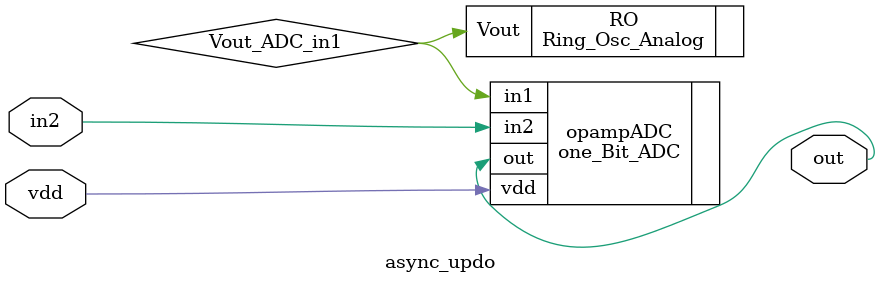
<source format=v>
/* Generated by Yosys 0.13+15 (git sha1 bc027b2ca, gcc 9.4.0-1ubuntu1~20.04.1 -fPIC -Os) */

module async_updo(vdd, in2, out);
  wire Vout_ADC_in1;
  input in2;
  output out;
  input vdd;
  Ring_Osc_Analog RO (
    .Vout(Vout_ADC_in1)
  );
  one_Bit_ADC opampADC (
    .in1(Vout_ADC_in1),
    .in2(in2),
    .out(out),
    .vdd(vdd)
  );
endmodule

</source>
